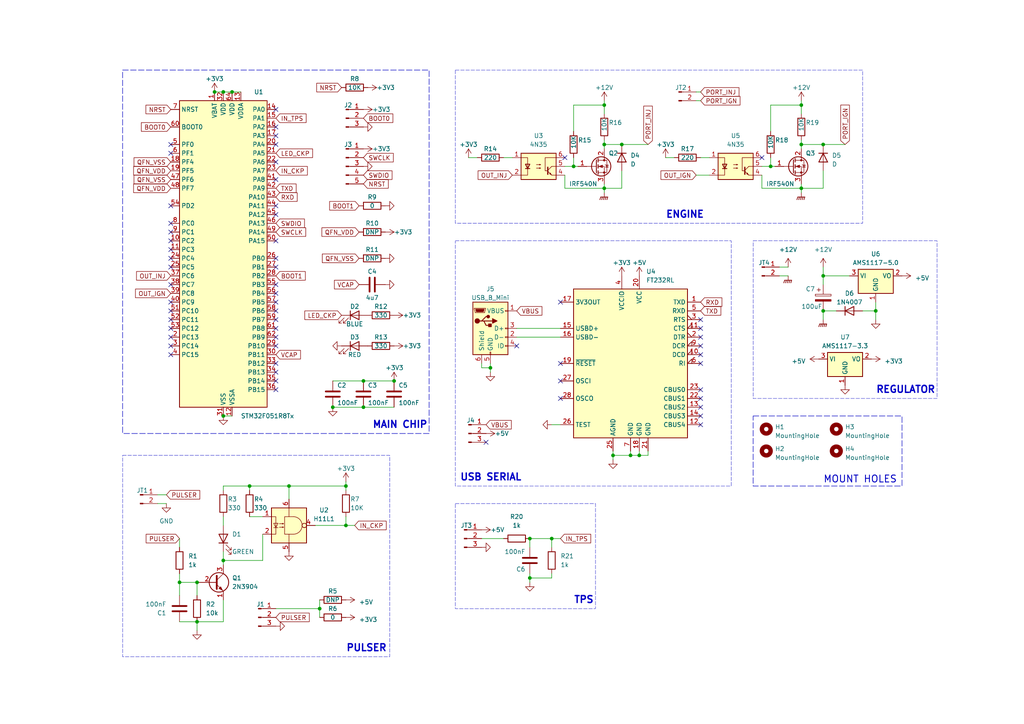
<source format=kicad_sch>
(kicad_sch (version 20230121) (generator eeschema)
  (paper "A4")
  (title_block (title "Custom Engine Control") (date "2023-08-04") (rev "v1") (company "Politeknik Negeri Madiun") (comment 1 "PIC: Deny Nur Fauzi ST MT") (comment 2 "Author: Achmadi ST MT"))
  (lib_symbols
    (symbol "+12V_1" (power) (pin_names (offset 0))
      (property "Value" "+12V_1" (at 0 3.556 0))
      (symbol "+12V_1_1_1"
        (pin power_in line (at 0 0 90) (length 0) hide (name "+12V") (number "1"))
      )
    )
    (symbol "Connector:Conn_01x02_Pin" (pin_names (offset 1.016) hide)
      (property "Reference" "J" (at 0 2.54 0))
      (property "Value" "Conn_01x02_Pin" (at 0 -5.08 0))
      (symbol "Conn_01x02_Pin_1_1"
        (pin passive line (at 5.08 0 180) (length 3.81) (name "Pin_1") (number "1"))
        (pin passive line (at 5.08 -2.54 180) (length 3.81) (name "Pin_2") (number "2"))
      )
    )
    (symbol "Connector:Conn_01x03_Pin" (pin_names (offset 1.016) hide)
      (property "Reference" "J" (at 0 5.08 0))
      (property "Value" "Conn_01x03_Pin" (at 0 -5.08 0))
      (symbol "Conn_01x03_Pin_1_1"
        (pin passive line (at 5.08 2.54 180) (length 3.81) (name "Pin_1") (number "1"))
        (pin passive line (at 5.08 0 180) (length 3.81) (name "Pin_2") (number "2"))
        (pin passive line (at 5.08 -2.54 180) (length 3.81) (name "Pin_3") (number "3"))
      )
    )
    (symbol "Connector:Conn_01x05_Pin" (pin_names (offset 1.016) hide)
      (property "Reference" "J" (at 0 7.62 0))
      (property "Value" "Conn_01x05_Pin" (at 0 -7.62 0))
      (symbol "Conn_01x05_Pin_1_1"
        (pin passive line (at 5.08 5.08 180) (length 3.81) (name "Pin_1") (number "1"))
        (pin passive line (at 5.08 2.54 180) (length 3.81) (name "Pin_2") (number "2"))
        (pin passive line (at 5.08 0 180) (length 3.81) (name "Pin_3") (number "3"))
        (pin passive line (at 5.08 -2.54 180) (length 3.81) (name "Pin_4") (number "4"))
        (pin passive line (at 5.08 -5.08 180) (length 3.81) (name "Pin_5") (number "5"))
      )
    )
    (symbol "Connector:USB_B_Mini" (pin_names (offset 1.016))
      (property "Reference" "J" (at -5.08 11.43 0))
      (property "Value" "USB_B_Mini" (at -5.08 8.89 0))
      (symbol "USB_B_Mini_1_1"
        (pin power_out line (at 7.62 5.08 180) (length 2.54) (name "VBUS") (number "1"))
        (pin bidirectional line (at 7.62 -2.54 180) (length 2.54) (name "D-") (number "2"))
        (pin bidirectional line (at 7.62 0 180) (length 2.54) (name "D+") (number "3"))
        (pin passive line (at 7.62 -5.08 180) (length 2.54) (name "ID") (number "4"))
        (pin power_out line (at 0 -10.16 90) (length 2.54) (name "GND") (number "5"))
        (pin passive line (at -2.54 -10.16 90) (length 2.54) (name "Shield") (number "6"))
      )
    )
    (symbol "Device:C" (pin_numbers hide) (pin_names (offset 0.254))
      (property "Reference" "C" (at 0.635 2.54 0))
      (property "Value" "C" (at 0.635 -2.54 0))
      (symbol "C_1_1"
        (pin passive line (at 0 3.81 270) (length 2.794) (name "~") (number "1"))
        (pin passive line (at 0 -3.81 90) (length 2.794) (name "~") (number "2"))
      )
    )
    (symbol "Device:C_Polarized" (pin_numbers hide) (pin_names (offset 0.254))
      (property "Reference" "C" (at 0.635 2.54 0))
      (property "Value" "C_Polarized" (at 0.635 -2.54 0))
      (symbol "C_Polarized_1_1"
        (pin passive line (at 0 3.81 270) (length 2.794) (name "~") (number "1"))
        (pin passive line (at 0 -3.81 90) (length 2.794) (name "~") (number "2"))
      )
    )
    (symbol "Device:D" (pin_numbers hide) (pin_names (offset 1.016) hide)
      (property "Reference" "D" (at 0 2.54 0))
      (property "Value" "D" (at 0 -2.54 0))
      (symbol "D_1_1"
        (pin passive line (at -3.81 0 0) (length 2.54) (name "K") (number "1"))
        (pin passive line (at 3.81 0 180) (length 2.54) (name "A") (number "2"))
      )
    )
    (symbol "Device:LED" (pin_numbers hide) (pin_names (offset 1.016) hide)
      (property "Reference" "D" (at 0 2.54 0))
      (property "Value" "LED" (at 0 -2.54 0))
      (symbol "LED_1_1"
        (pin passive line (at -3.81 0 0) (length 2.54) (name "K") (number "1"))
        (pin passive line (at 3.81 0 180) (length 2.54) (name "A") (number "2"))
      )
    )
    (symbol "Device:R" (pin_numbers hide) (pin_names (offset 0))
      (property "Reference" "R" (at 2.032 0 90))
      (property "Value" "R" (at 0 0 90))
      (symbol "R_1_1"
        (pin passive line (at 0 3.81 270) (length 1.27) (name "~") (number "1"))
        (pin passive line (at 0 -3.81 90) (length 1.27) (name "~") (number "2"))
      )
    )
    (symbol "Diode:1N4007" (pin_numbers hide) (pin_names hide)
      (property "Reference" "D" (at 0 2.54 0))
      (property "Value" "1N4007" (at 0 -2.54 0))
      (symbol "1N4007_1_1"
        (pin passive line (at -3.81 0 0) (length 2.54) (name "K") (number "1"))
        (pin passive line (at 3.81 0 180) (length 2.54) (name "A") (number "2"))
      )
    )
    (symbol "Interface_USB:FT232RL"
      (property "Reference" "U" (at -16.51 22.86 0))
      (property "Value" "FT232RL" (at 10.16 22.86 0))
      (symbol "FT232RL_1_1"
        (pin output line (at 20.32 17.78 180) (length 3.81) (name "TXD") (number "1"))
        (pin input input_low (at 20.32 2.54 180) (length 3.81) (name "DCD") (number "10"))
        (pin input input_low (at 20.32 10.16 180) (length 3.81) (name "CTS") (number "11"))
        (pin bidirectional line (at 20.32 -17.78 180) (length 3.81) (name "CBUS4") (number "12"))
        (pin bidirectional line (at 20.32 -12.7 180) (length 3.81) (name "CBUS2") (number "13"))
        (pin bidirectional line (at 20.32 -15.24 180) (length 3.81) (name "CBUS3") (number "14"))
        (pin bidirectional line (at -20.32 10.16 0) (length 3.81) (name "USBD+") (number "15"))
        (pin bidirectional line (at -20.32 7.62 0) (length 3.81) (name "USBD-") (number "16"))
        (pin power_out line (at -20.32 17.78 0) (length 3.81) (name "3V3OUT") (number "17"))
        (pin power_in line (at 2.54 -25.4 90) (length 3.81) (name "GND") (number "18"))
        (pin input line (at -20.32 0 0) (length 3.81) (name "~{RESET}") (number "19"))
        (pin output output_low (at 20.32 7.62 180) (length 3.81) (name "DTR") (number "2"))
        (pin power_in line (at 2.54 25.4 270) (length 3.81) (name "VCC") (number "20"))
        (pin power_in line (at 5.08 -25.4 90) (length 3.81) (name "GND") (number "21"))
        (pin bidirectional line (at 20.32 -10.16 180) (length 3.81) (name "CBUS1") (number "22"))
        (pin bidirectional line (at 20.32 -7.62 180) (length 3.81) (name "CBUS0") (number "23"))
        (pin power_in line (at -5.08 -25.4 90) (length 3.81) (name "AGND") (number "25"))
        (pin input line (at -20.32 -17.78 0) (length 3.81) (name "TEST") (number "26"))
        (pin input line (at -20.32 -5.08 0) (length 3.81) (name "OSCI") (number "27"))
        (pin output line (at -20.32 -10.16 0) (length 3.81) (name "OSCO") (number "28"))
        (pin output output_low (at 20.32 12.7 180) (length 3.81) (name "RTS") (number "3"))
        (pin power_in line (at -2.54 25.4 270) (length 3.81) (name "VCCIO") (number "4"))
        (pin input line (at 20.32 15.24 180) (length 3.81) (name "RXD") (number "5"))
        (pin input input_low (at 20.32 0 180) (length 3.81) (name "RI") (number "6"))
        (pin power_in line (at 0 -25.4 90) (length 3.81) (name "GND") (number "7"))
        (pin input input_low (at 20.32 5.08 180) (length 3.81) (name "DCR") (number "9"))
      )
    )
    (symbol "Isolator:4N35" (pin_names (offset 1.016))
      (property "Reference" "U" (at -5.08 5.08 0))
      (property "Value" "4N35" (at 0 5.08 0))
      (symbol "4N35_1_1"
        (pin passive line (at -7.62 2.54 0) (length 2.54) (name "~") (number "1"))
        (pin passive line (at -7.62 -2.54 0) (length 2.54) (name "~") (number "2"))
        (pin no_connect line (at -5.08 0 0) (length 2.54) hide (name "NC") (number "3"))
        (pin passive line (at 7.62 -2.54 180) (length 2.54) (name "~") (number "4"))
        (pin passive line (at 7.62 0 180) (length 2.54) (name "~") (number "5"))
        (pin passive line (at 7.62 2.54 180) (length 2.54) (name "~") (number "6"))
      )
    )
    (symbol "Isolator:H11L1" (pin_names (offset 1.016))
      (property "Reference" "U" (at 1.27 8.89 0))
      (property "Value" "H11L1" (at 1.27 6.35 0))
      (symbol "H11L1_1_1"
        (pin passive line (at -7.62 2.54 0) (length 2.54) (name "~") (number "1"))
        (pin passive line (at -7.62 -2.54 0) (length 2.54) (name "~") (number "2"))
        (pin no_connect line (at -5.08 0 0) (length 2.54) hide (name "~") (number "3"))
        (pin output inverted (at 7.62 0 180) (length 3.81) (name "~") (number "4"))
        (pin power_in line (at 0 -7.62 90) (length 2.54) (name "~") (number "5"))
        (pin power_in line (at 0 7.62 270) (length 2.54) (name "~") (number "6"))
      )
    )
    (symbol "MCU_ST_STM32F0:STM32F051R8Tx"
      (property "Reference" "U" (at -12.7 46.99 0))
      (property "Value" "STM32F051R8Tx" (at 7.62 46.99 0))
      (symbol "STM32F051R8Tx_1_1"
        (pin power_in line (at -2.54 48.26 270) (length 2.54) (name "VBAT") (number "1"))
        (pin bidirectional line (at -15.24 5.08 0) (length 2.54) (name "PC2") (number "10"))
        (pin bidirectional line (at -15.24 2.54 0) (length 2.54) (name "PC3") (number "11"))
        (pin power_in line (at 2.54 -45.72 90) (length 2.54) (name "VSSA") (number "12"))
        (pin power_in line (at 5.08 48.26 270) (length 2.54) (name "VDDA") (number "13"))
        (pin bidirectional line (at 15.24 43.18 180) (length 2.54) (name "PA0") (number "14"))
        (pin bidirectional line (at 15.24 40.64 180) (length 2.54) (name "PA1") (number "15"))
        (pin bidirectional line (at 15.24 38.1 180) (length 2.54) (name "PA2") (number "16"))
        (pin bidirectional line (at 15.24 35.56 180) (length 2.54) (name "PA3") (number "17"))
        (pin bidirectional line (at -15.24 27.94 0) (length 2.54) (name "PF4") (number "18"))
        (pin bidirectional line (at -15.24 25.4 0) (length 2.54) (name "PF5") (number "19"))
        (pin bidirectional line (at -15.24 -22.86 0) (length 2.54) (name "PC13") (number "2"))
        (pin bidirectional line (at 15.24 33.02 180) (length 2.54) (name "PA4") (number "20"))
        (pin bidirectional line (at 15.24 30.48 180) (length 2.54) (name "PA5") (number "21"))
        (pin bidirectional line (at 15.24 27.94 180) (length 2.54) (name "PA6") (number "22"))
        (pin bidirectional line (at 15.24 25.4 180) (length 2.54) (name "PA7") (number "23"))
        (pin bidirectional line (at -15.24 0 0) (length 2.54) (name "PC4") (number "24"))
        (pin bidirectional line (at -15.24 -2.54 0) (length 2.54) (name "PC5") (number "25"))
        (pin bidirectional line (at 15.24 0 180) (length 2.54) (name "PB0") (number "26"))
        (pin bidirectional line (at 15.24 -2.54 180) (length 2.54) (name "PB1") (number "27"))
        (pin bidirectional line (at 15.24 -5.08 180) (length 2.54) (name "PB2") (number "28"))
        (pin bidirectional line (at 15.24 -25.4 180) (length 2.54) (name "PB10") (number "29"))
        (pin bidirectional line (at -15.24 -25.4 0) (length 2.54) (name "PC14") (number "3"))
        (pin bidirectional line (at 15.24 -27.94 180) (length 2.54) (name "PB11") (number "30"))
        (pin power_in line (at 0 -45.72 90) (length 2.54) (name "VSS") (number "31"))
        (pin power_in line (at 0 48.26 270) (length 2.54) (name "VDD") (number "32"))
        (pin bidirectional line (at 15.24 -30.48 180) (length 2.54) (name "PB12") (number "33"))
        (pin bidirectional line (at 15.24 -33.02 180) (length 2.54) (name "PB13") (number "34"))
        (pin bidirectional line (at 15.24 -35.56 180) (length 2.54) (name "PB14") (number "35"))
        (pin bidirectional line (at 15.24 -38.1 180) (length 2.54) (name "PB15") (number "36"))
        (pin bidirectional line (at -15.24 -5.08 0) (length 2.54) (name "PC6") (number "37"))
        (pin bidirectional line (at -15.24 -7.62 0) (length 2.54) (name "PC7") (number "38"))
        (pin bidirectional line (at -15.24 -10.16 0) (length 2.54) (name "PC8") (number "39"))
        (pin bidirectional line (at -15.24 -27.94 0) (length 2.54) (name "PC15") (number "4"))
        (pin bidirectional line (at -15.24 -12.7 0) (length 2.54) (name "PC9") (number "40"))
        (pin bidirectional line (at 15.24 22.86 180) (length 2.54) (name "PA8") (number "41"))
        (pin bidirectional line (at 15.24 20.32 180) (length 2.54) (name "PA9") (number "42"))
        (pin bidirectional line (at 15.24 17.78 180) (length 2.54) (name "PA10") (number "43"))
        (pin bidirectional line (at 15.24 15.24 180) (length 2.54) (name "PA11") (number "44"))
        (pin bidirectional line (at 15.24 12.7 180) (length 2.54) (name "PA12") (number "45"))
        (pin bidirectional line (at 15.24 10.16 180) (length 2.54) (name "PA13") (number "46"))
        (pin bidirectional line (at -15.24 22.86 0) (length 2.54) (name "PF6") (number "47"))
        (pin bidirectional line (at -15.24 20.32 0) (length 2.54) (name "PF7") (number "48"))
        (pin bidirectional line (at 15.24 7.62 180) (length 2.54) (name "PA14") (number "49"))
        (pin bidirectional line (at -15.24 33.02 0) (length 2.54) (name "PF0") (number "5"))
        (pin bidirectional line (at 15.24 5.08 180) (length 2.54) (name "PA15") (number "50"))
        (pin bidirectional line (at -15.24 -15.24 0) (length 2.54) (name "PC10") (number "51"))
        (pin bidirectional line (at -15.24 -17.78 0) (length 2.54) (name "PC11") (number "52"))
        (pin bidirectional line (at -15.24 -20.32 0) (length 2.54) (name "PC12") (number "53"))
        (pin bidirectional line (at -15.24 15.24 0) (length 2.54) (name "PD2") (number "54"))
        (pin bidirectional line (at 15.24 -7.62 180) (length 2.54) (name "PB3") (number "55"))
        (pin bidirectional line (at 15.24 -10.16 180) (length 2.54) (name "PB4") (number "56"))
        (pin bidirectional line (at 15.24 -12.7 180) (length 2.54) (name "PB5") (number "57"))
        (pin bidirectional line (at 15.24 -15.24 180) (length 2.54) (name "PB6") (number "58"))
        (pin bidirectional line (at 15.24 -17.78 180) (length 2.54) (name "PB7") (number "59"))
        (pin bidirectional line (at -15.24 30.48 0) (length 2.54) (name "PF1") (number "6"))
        (pin input line (at -15.24 38.1 0) (length 2.54) (name "BOOT0") (number "60"))
        (pin bidirectional line (at 15.24 -20.32 180) (length 2.54) (name "PB8") (number "61"))
        (pin bidirectional line (at 15.24 -22.86 180) (length 2.54) (name "PB9") (number "62"))
        (pin passive line (at 0 -45.72 90) (length 2.54) hide (name "VSS") (number "63"))
        (pin power_in line (at 2.54 48.26 270) (length 2.54) (name "VDD") (number "64"))
        (pin input line (at -15.24 43.18 0) (length 2.54) (name "NRST") (number "7"))
        (pin bidirectional line (at -15.24 10.16 0) (length 2.54) (name "PC0") (number "8"))
        (pin bidirectional line (at -15.24 7.62 0) (length 2.54) (name "PC1") (number "9"))
      )
    )
    (symbol "Mechanical:MountingHole" (pin_names (offset 1.016))
      (property "Reference" "H" (at 0 5.08 0))
      (property "Value" "MountingHole" (at 0 3.175 0))
    )
    (symbol "Regulator_Linear:AMS1117-3.3"
      (property "Reference" "U" (at -3.81 3.175 0))
      (property "Value" "AMS1117-3.3" (at 0 3.175 0))
      (symbol "AMS1117-3.3_1_1"
        (pin power_in line (at 0 -7.62 90) (length 2.54) (name "GND") (number "1"))
        (pin power_out line (at 7.62 0 180) (length 2.54) (name "VO") (number "2"))
        (pin power_in line (at -7.62 0 0) (length 2.54) (name "VI") (number "3"))
      )
    )
    (symbol "Regulator_Linear:AMS1117-5.0"
      (property "Reference" "U" (at -3.81 3.175 0))
      (property "Value" "AMS1117-5.0" (at 0 3.175 0))
      (symbol "AMS1117-5.0_1_1"
        (pin power_in line (at 0 -7.62 90) (length 2.54) (name "GND") (number "1"))
        (pin power_out line (at 7.62 0 180) (length 2.54) (name "VO") (number "2"))
        (pin power_in line (at -7.62 0 0) (length 2.54) (name "VI") (number "3"))
      )
    )
    (symbol "Transistor_BJT:2N3904" (pin_names (offset 0) hide)
      (property "Reference" "Q" (at 5.08 1.905 0))
      (property "Value" "2N3904" (at 5.08 0 0))
      (symbol "2N3904_1_1"
        (pin passive line (at 2.54 -5.08 90) (length 2.54) (name "E") (number "1"))
        (pin passive line (at -5.08 0 0) (length 5.715) (name "B") (number "2"))
        (pin passive line (at 2.54 5.08 270) (length 2.54) (name "C") (number "3"))
      )
    )
    (symbol "Transistor_FET:IRF540N" (pin_names hide)
      (property "Reference" "Q" (at 6.35 1.905 0))
      (property "Value" "IRF540N" (at 6.35 0 0))
      (symbol "IRF540N_1_1"
        (pin input line (at -5.08 0 0) (length 2.54) (name "G") (number "1"))
        (pin passive line (at 2.54 5.08 270) (length 2.54) (name "D") (number "2"))
        (pin passive line (at 2.54 -5.08 90) (length 2.54) (name "S") (number "3"))
      )
    )
    (symbol "power:+12V" (power) (pin_names (offset 0))
      (property "Value" "+12V" (at 0 3.556 0))
      (symbol "+12V_1_1"
        (pin power_in line (at 0 0 90) (length 0) hide (name "+12V") (number "1"))
      )
    )
    (symbol "power:+3V3" (power) (pin_names (offset 0))
      (property "Value" "+3V3" (at 0 3.556 0))
      (symbol "+3V3_1_1"
        (pin power_in line (at 0 0 90) (length 0) hide (name "+3V3") (number "1"))
      )
    )
    (symbol "power:+5V" (power) (pin_names (offset 0))
      (property "Value" "+5V" (at 0 3.556 0))
      (symbol "+5V_1_1"
        (pin power_in line (at 0 0 90) (length 0) hide (name "+5V") (number "1"))
      )
    )
    (symbol "power:GND" (power) (pin_names (offset 0))
      (property "Value" "GND" (at 0 -3.81 0))
      (symbol "GND_1_1"
        (pin power_in line (at 0 0 270) (length 0) hide (name "GND") (number "1"))
      )
    )
    (symbol "power:GNDPWR" (power) (pin_names (offset 0))
      (property "Value" "GNDPWR" (at 0 -3.302 0))
      (symbol "GNDPWR_1_1"
        (pin power_in line (at 0 0 270) (length 0) hide (name "GNDPWR") (number "1"))
      )
    )
  )
  (junction (at 142.24 106.68))
  (junction (at 100.33 152.4))
  (junction (at 223.52 48.26))
  (junction (at 177.8 132.08))
  (junction (at 72.39 140.97))
  (junction (at 92.71 176.53))
  (junction (at 57.15 168.91))
  (junction (at 64.77 162.56))
  (junction (at 100.33 140.97))
  (junction (at 114.3 110.49))
  (junction (at 182.88 132.08))
  (junction (at 238.76 80.01))
  (junction (at 96.52 118.11))
  (junction (at 153.67 167.64))
  (junction (at 83.82 140.97))
  (junction (at 67.31 26.67))
  (junction (at 175.26 41.91))
  (junction (at 166.37 48.26))
  (junction (at 185.42 132.08))
  (junction (at 62.23 26.67))
  (junction (at 105.41 118.11))
  (junction (at 64.77 120.65))
  (junction (at 238.76 90.17))
  (junction (at 175.26 30.48))
  (junction (at 254 90.17))
  (junction (at 153.67 156.21))
  (junction (at 57.15 180.34))
  (junction (at 175.26 54.61))
  (junction (at 232.41 41.91))
  (junction (at 105.41 110.49))
  (junction (at 52.07 168.91))
  (junction (at 180.34 41.91))
  (junction (at 232.41 54.61))
  (junction (at 238.76 41.91))
  (junction (at 64.77 26.67))
  (junction (at 232.41 30.48))
  (junction (at 160.02 156.21))
  (no_connect (at 162.56 115.57))
  (no_connect (at 49.53 72.39))
  (no_connect (at 49.53 67.31))
  (no_connect (at 80.01 107.95))
  (no_connect (at 80.01 85.09))
  (no_connect (at 80.01 77.47))
  (no_connect (at 80.01 31.75))
  (no_connect (at 203.2 100.33))
  (no_connect (at 203.2 120.65))
  (no_connect (at 203.2 95.25))
  (no_connect (at 203.2 92.71))
  (no_connect (at 80.01 39.37))
  (no_connect (at 80.01 82.55))
  (no_connect (at 80.01 74.93))
  (no_connect (at 49.53 87.63))
  (no_connect (at 80.01 62.23))
  (no_connect (at 49.53 102.87))
  (no_connect (at 49.53 97.79))
  (no_connect (at 80.01 97.79))
  (no_connect (at 80.01 100.33))
  (no_connect (at 203.2 102.87))
  (no_connect (at 49.53 74.93))
  (no_connect (at 203.2 97.79))
  (no_connect (at 162.56 110.49))
  (no_connect (at 49.53 77.47))
  (no_connect (at 80.01 36.83))
  (no_connect (at 80.01 110.49))
  (no_connect (at 220.98 45.72))
  (no_connect (at 49.53 100.33))
  (no_connect (at 140.97 128.27))
  (no_connect (at 80.01 113.03))
  (no_connect (at 49.53 90.17))
  (no_connect (at 49.53 95.25))
  (no_connect (at 49.53 69.85))
  (no_connect (at 49.53 82.55))
  (no_connect (at 49.53 59.69))
  (no_connect (at 80.01 87.63))
  (no_connect (at 149.86 100.33))
  (no_connect (at 49.53 64.77))
  (no_connect (at 80.01 59.69))
  (no_connect (at 203.2 118.11))
  (no_connect (at 80.01 90.17))
  (no_connect (at 80.01 95.25))
  (no_connect (at 203.2 113.03))
  (no_connect (at 80.01 105.41))
  (no_connect (at 49.53 41.91))
  (no_connect (at 203.2 105.41))
  (no_connect (at 80.01 69.85))
  (no_connect (at 49.53 44.45))
  (no_connect (at 80.01 52.07))
  (no_connect (at 203.2 115.57))
  (no_connect (at 80.01 41.91))
  (no_connect (at 203.2 123.19))
  (no_connect (at 80.01 46.99))
  (no_connect (at 162.56 105.41))
  (no_connect (at 80.01 92.71))
  (no_connect (at 162.56 87.63))
  (no_connect (at 163.83 45.72))
  (no_connect (at 49.53 92.71))
  (wire (pts (xy 180.34 49.53) (xy 180.34 54.61)))
  (wire (pts (xy 175.26 41.91) (xy 175.26 43.18)))
  (wire (pts (xy 166.37 30.48) (xy 175.26 30.48)))
  (wire (pts (xy 160.02 156.21) (xy 162.56 156.21)))
  (wire (pts (xy 64.77 163.83) (xy 64.77 162.56)))
  (wire (pts (xy 72.39 140.97) (xy 83.82 140.97)))
  (wire (pts (xy 238.76 77.47) (xy 238.76 80.01)))
  (wire (pts (xy 100.33 152.4) (xy 102.87 152.4)))
  (wire (pts (xy 238.76 54.61) (xy 232.41 54.61)))
  (wire (pts (xy 135.89 45.72) (xy 138.43 45.72)))
  (wire (pts (xy 223.52 45.72) (xy 223.52 48.26)))
  (wire (pts (xy 52.07 172.72) (xy 52.07 168.91)))
  (wire (pts (xy 80.01 176.53) (xy 92.71 176.53)))
  (wire (pts (xy 92.71 176.53) (xy 92.71 179.07)))
  (wire (pts (xy 232.41 41.91) (xy 238.76 41.91)))
  (wire (pts (xy 96.52 110.49) (xy 105.41 110.49)))
  (wire (pts (xy 232.41 54.61) (xy 232.41 55.88)))
  (wire (pts (xy 193.04 45.72) (xy 195.58 45.72)))
  (wire (pts (xy 64.77 26.67) (xy 67.31 26.67)))
  (wire (pts (xy 160.02 167.64) (xy 153.67 167.64)))
  (wire (pts (xy 175.26 30.48) (xy 175.26 33.02)))
  (wire (pts (xy 201.93 26.67) (xy 203.2 26.67)))
  (wire (pts (xy 223.52 38.1) (xy 223.52 30.48)))
  (wire (pts (xy 52.07 168.91) (xy 57.15 168.91)))
  (wire (pts (xy 45.72 143.51) (xy 48.26 143.51)))
  (wire (pts (xy 232.41 53.34) (xy 232.41 54.61)))
  (wire (pts (xy 232.41 29.21) (xy 232.41 30.48)))
  (wire (pts (xy 175.26 53.34) (xy 175.26 54.61)))
  (wire (pts (xy 180.34 41.91) (xy 187.96 41.91)))
  (wire (pts (xy 52.07 180.34) (xy 57.15 180.34)))
  (wire (pts (xy 83.82 140.97) (xy 100.33 140.97)))
  (wire (pts (xy 232.41 40.64) (xy 232.41 41.91)))
  (wire (pts (xy 83.82 144.78) (xy 83.82 140.97)))
  (wire (pts (xy 100.33 139.7) (xy 100.33 140.97)))
  (wire (pts (xy 238.76 41.91) (xy 245.11 41.91)))
  (wire (pts (xy 160.02 156.21) (xy 153.67 156.21)))
  (wire (pts (xy 146.05 45.72) (xy 148.59 45.72)))
  (wire (pts (xy 153.67 156.21) (xy 153.67 158.75)))
  (wire (pts (xy 149.86 95.25) (xy 162.56 95.25)))
  (wire (pts (xy 72.39 149.86) (xy 76.2 149.86)))
  (wire (pts (xy 64.77 120.65) (xy 67.31 120.65)))
  (wire (pts (xy 96.52 118.11) (xy 105.41 118.11)))
  (wire (pts (xy 52.07 156.21) (xy 52.07 158.75)))
  (wire (pts (xy 203.2 45.72) (xy 205.74 45.72)))
  (wire (pts (xy 64.77 162.56) (xy 76.2 162.56)))
  (wire (pts (xy 153.67 166.37) (xy 153.67 167.64)))
  (wire (pts (xy 177.8 132.08) (xy 177.8 133.35)))
  (wire (pts (xy 64.77 180.34) (xy 57.15 180.34)))
  (wire (pts (xy 175.26 41.91) (xy 180.34 41.91)))
  (wire (pts (xy 250.19 90.17) (xy 254 90.17)))
  (wire (pts (xy 57.15 168.91) (xy 57.15 172.72)))
  (wire (pts (xy 185.42 130.81) (xy 185.42 132.08)))
  (wire (pts (xy 175.26 40.64) (xy 175.26 41.91)))
  (wire (pts (xy 238.76 90.17) (xy 238.76 92.71)))
  (wire (pts (xy 232.41 30.48) (xy 232.41 33.02)))
  (wire (pts (xy 45.72 146.05) (xy 48.26 146.05)))
  (wire (pts (xy 62.23 26.67) (xy 64.77 26.67)))
  (wire (pts (xy 254 90.17) (xy 254 92.71)))
  (wire (pts (xy 64.77 160.02) (xy 64.77 162.56)))
  (wire (pts (xy 160.02 166.37) (xy 160.02 167.64)))
  (wire (pts (xy 92.71 173.99) (xy 92.71 176.53)))
  (wire (pts (xy 139.7 156.21) (xy 146.05 156.21)))
  (wire (pts (xy 72.39 142.24) (xy 72.39 140.97)))
  (wire (pts (xy 163.83 50.8) (xy 163.83 54.61)))
  (wire (pts (xy 105.41 110.49) (xy 114.3 110.49)))
  (wire (pts (xy 238.76 49.53) (xy 238.76 54.61)))
  (wire (pts (xy 166.37 48.26) (xy 167.64 48.26)))
  (wire (pts (xy 64.77 142.24) (xy 64.77 140.97)))
  (wire (pts (xy 76.2 162.56) (xy 76.2 154.94)))
  (wire (pts (xy 163.83 48.26) (xy 166.37 48.26)))
  (wire (pts (xy 226.06 77.47) (xy 228.6 77.47)))
  (wire (pts (xy 223.52 30.48) (xy 232.41 30.48)))
  (wire (pts (xy 232.41 41.91) (xy 232.41 43.18)))
  (wire (pts (xy 220.98 50.8) (xy 220.98 54.61)))
  (wire (pts (xy 175.26 29.21) (xy 175.26 30.48)))
  (wire (pts (xy 187.96 130.81) (xy 187.96 132.08)))
  (wire (pts (xy 142.24 105.41) (xy 142.24 106.68)))
  (wire (pts (xy 57.15 180.34) (xy 57.15 182.88)))
  (wire (pts (xy 139.7 105.41) (xy 139.7 106.68)))
  (wire (pts (xy 105.41 118.11) (xy 114.3 118.11)))
  (wire (pts (xy 201.93 29.21) (xy 203.2 29.21)))
  (wire (pts (xy 166.37 45.72) (xy 166.37 48.26)))
  (wire (pts (xy 177.8 130.81) (xy 177.8 132.08)))
  (wire (pts (xy 220.98 54.61) (xy 232.41 54.61)))
  (wire (pts (xy 160.02 158.75) (xy 160.02 156.21)))
  (wire (pts (xy 153.67 167.64) (xy 153.67 168.91)))
  (wire (pts (xy 246.38 80.01) (xy 238.76 80.01)))
  (wire (pts (xy 223.52 48.26) (xy 224.79 48.26)))
  (wire (pts (xy 52.07 166.37) (xy 52.07 168.91)))
  (wire (pts (xy 182.88 132.08) (xy 185.42 132.08)))
  (wire (pts (xy 100.33 140.97) (xy 100.33 142.24)))
  (wire (pts (xy 166.37 38.1) (xy 166.37 30.48)))
  (wire (pts (xy 254 87.63) (xy 254 90.17)))
  (wire (pts (xy 160.02 123.19) (xy 162.56 123.19)))
  (wire (pts (xy 182.88 130.81) (xy 182.88 132.08)))
  (wire (pts (xy 142.24 106.68) (xy 142.24 107.95)))
  (wire (pts (xy 238.76 90.17) (xy 242.57 90.17)))
  (wire (pts (xy 91.44 152.4) (xy 100.33 152.4)))
  (wire (pts (xy 220.98 48.26) (xy 223.52 48.26)))
  (wire (pts (xy 139.7 106.68) (xy 142.24 106.68)))
  (wire (pts (xy 64.77 149.86) (xy 64.77 152.4)))
  (wire (pts (xy 226.06 80.01) (xy 228.6 80.01)))
  (wire (pts (xy 149.86 97.79) (xy 162.56 97.79)))
  (wire (pts (xy 180.34 54.61) (xy 175.26 54.61)))
  (wire (pts (xy 100.33 149.86) (xy 100.33 152.4)))
  (wire (pts (xy 182.88 132.08) (xy 177.8 132.08)))
  (wire (pts (xy 64.77 140.97) (xy 72.39 140.97)))
  (wire (pts (xy 175.26 55.88) (xy 175.26 54.61)))
  (wire (pts (xy 67.31 26.67) (xy 69.85 26.67)))
  (wire (pts (xy 185.42 132.08) (xy 187.96 132.08)))
  (wire (pts (xy 64.77 173.99) (xy 64.77 180.34)))
  (wire (pts (xy 201.93 50.8) (xy 205.74 50.8)))
  (wire (pts (xy 238.76 80.01) (xy 238.76 82.55)))
  (wire (pts (xy 163.83 54.61) (xy 175.26 54.61)))
  (rectangle (start 35.56 20.32) (end 124.46 125.73) (stroke (width 0) (type dash)))
  (rectangle (start 132.08 69.85) (end 212.09 140.97) (stroke (width 0.1) (type dash)))
  (rectangle (start 218.44 69.85) (end 271.78 115.57) (stroke (width 0.1) (type dash)))
  (rectangle (start 35.56 132.08) (end 113.03 190.5) (stroke (width 0.1) (type dash)))
  (rectangle (start 218.44 120.65) (end 261.62 140.97) (stroke (width 0) (type dash)))
  (rectangle (start 132.08 20.32) (end 250.19 64.77) (stroke (width 0.1) (type dash)))
  (rectangle (start 132.08 146.05) (end 172.72 176.53) (stroke (width 0.1) (type dash)))
  (text "TPS" (at 166.37 175.26 0) (effects (font (size 2 2) bold) (justify left bottom)))
  (text "MOUNT HOLES\n\n" (at 238.76 143.51 0) (effects (font (size 2 2) (thickness 0.254) bold) (justify left bottom)))
  (text "REGULATOR\n" (at 254 114.3 0) (effects (font (size 2 2) bold) (justify left bottom)))
  (text "USB SERIAL\n" (at 133.35 139.7 0) (effects (font (size 2 2) bold) (justify left bottom)))
  (text "MAIN CHIP" (at 107.95 124.46 0) (effects (font (size 2 2) (thickness 0.4) bold) (justify left bottom)))
  (text "PULSER\n" (at 100.33 189.23 0) (effects (font (size 2 2) bold) (justify left bottom)))
  (text "ENGINE\n" (at 193.04 63.5 0) (effects (font (size 2 2) bold) (justify left bottom)))
  (global_label "PORT_INJ" (shape input) (at 203.2 26.67 0) (property "Intersheetrefs" "${INTERSHEET_REFS}" (effects hide)))
  (global_label "SWCLK" (shape input) (at 80.01 67.31 0) (property "Intersheetrefs" "${INTERSHEET_REFS}" (effects hide)))
  (global_label "QFN_VSS" (shape input) (at 49.53 52.07 180) (property "Intersheetrefs" "${INTERSHEET_REFS}" (effects hide)))
  (global_label "IN_TPS" (shape input) (at 162.56 156.21 0) (property "Intersheetrefs" "${INTERSHEET_REFS}" (effects hide)))
  (global_label "IN_CKP" (shape input) (at 102.87 152.4 0) (property "Intersheetrefs" "${INTERSHEET_REFS}" (effects hide)))
  (global_label "TXD" (shape input) (at 203.2 90.17 0) (property "Intersheetrefs" "${INTERSHEET_REFS}" (effects hide)))
  (global_label "QFN_VSS" (shape input) (at 104.14 74.93 180) (property "Intersheetrefs" "${INTERSHEET_REFS}" (effects hide)))
  (global_label "QFN_VDD" (shape input) (at 49.53 54.61 180) (property "Intersheetrefs" "${INTERSHEET_REFS}" (effects hide)))
  (global_label "PULSER" (shape input) (at 52.07 156.21 180) (property "Intersheetrefs" "${INTERSHEET_REFS}" (effects hide)))
  (global_label "BOOT1" (shape input) (at 80.01 80.01 0) (property "Intersheetrefs" "${INTERSHEET_REFS}" (effects hide)))
  (global_label "PORT_IGN" (shape input) (at 245.11 41.91 90) (property "Intersheetrefs" "${INTERSHEET_REFS}" (effects hide)))
  (global_label "QFN_VDD" (shape input) (at 49.53 49.53 180) (property "Intersheetrefs" "${INTERSHEET_REFS}" (effects hide)))
  (global_label "NRST" (shape input) (at 105.41 53.34 0) (property "Intersheetrefs" "${INTERSHEET_REFS}" (effects hide)))
  (global_label "PORT_IGN" (shape input) (at 203.2 29.21 0) (property "Intersheetrefs" "${INTERSHEET_REFS}" (effects hide)))
  (global_label "SWDIO" (shape input) (at 80.01 64.77 0) (property "Intersheetrefs" "${INTERSHEET_REFS}" (effects hide)))
  (global_label "NRST" (shape input) (at 99.06 25.4 180) (property "Intersheetrefs" "${INTERSHEET_REFS}" (effects hide)))
  (global_label "SWCLK" (shape input) (at 105.41 45.72 0) (property "Intersheetrefs" "${INTERSHEET_REFS}" (effects hide)))
  (global_label "BOOT0" (shape input) (at 49.53 36.83 180) (property "Intersheetrefs" "${INTERSHEET_REFS}" (effects hide)))
  (global_label "BOOT0" (shape input) (at 105.41 34.29 0) (property "Intersheetrefs" "${INTERSHEET_REFS}" (effects hide)))
  (global_label "OUT_INJ" (shape input) (at 49.53 80.01 180) (property "Intersheetrefs" "${INTERSHEET_REFS}" (effects hide)))
  (global_label "BOOT1" (shape input) (at 104.14 59.69 180) (property "Intersheetrefs" "${INTERSHEET_REFS}" (effects hide)))
  (global_label "IN_CKP" (shape input) (at 80.01 49.53 0) (property "Intersheetrefs" "${INTERSHEET_REFS}" (effects hide)))
  (global_label "IN_TPS" (shape input) (at 80.01 34.29 0) (property "Intersheetrefs" "${INTERSHEET_REFS}" (effects hide)))
  (global_label "TXD" (shape input) (at 80.01 54.61 0) (property "Intersheetrefs" "${INTERSHEET_REFS}" (effects hide)))
  (global_label "RXD" (shape input) (at 80.01 57.15 0) (property "Intersheetrefs" "${INTERSHEET_REFS}" (effects hide)))
  (global_label "PORT_INJ" (shape input) (at 187.96 41.91 90) (property "Intersheetrefs" "${INTERSHEET_REFS}" (effects hide)))
  (global_label "VCAP" (shape input) (at 104.14 82.55 180) (property "Intersheetrefs" "${INTERSHEET_REFS}" (effects hide)))
  (global_label "PULSER" (shape input) (at 80.01 179.07 0) (property "Intersheetrefs" "${INTERSHEET_REFS}" (effects hide)))
  (global_label "OUT_IGN" (shape input) (at 49.53 85.09 180) (property "Intersheetrefs" "${INTERSHEET_REFS}" (effects hide)))
  (global_label "VBUS" (shape input) (at 149.86 90.17 0) (property "Intersheetrefs" "${INTERSHEET_REFS}" (effects hide)))
  (global_label "OUT_IGN" (shape input) (at 201.93 50.8 180) (property "Intersheetrefs" "${INTERSHEET_REFS}" (effects hide)))
  (global_label "RXD" (shape input) (at 203.2 87.63 0) (property "Intersheetrefs" "${INTERSHEET_REFS}" (effects hide)))
  (global_label "LED_CKP" (shape input) (at 80.01 44.45 0) (property "Intersheetrefs" "${INTERSHEET_REFS}" (effects hide)))
  (global_label "LED_CKP" (shape input) (at 99.06 91.44 180) (property "Intersheetrefs" "${INTERSHEET_REFS}" (effects hide)))
  (global_label "VBUS" (shape input) (at 140.97 123.19 0) (property "Intersheetrefs" "${INTERSHEET_REFS}" (effects hide)))
  (global_label "OUT_INJ" (shape input) (at 148.59 50.8 180) (property "Intersheetrefs" "${INTERSHEET_REFS}" (effects hide)))
  (global_label "NRST" (shape input) (at 49.53 31.75 180) (property "Intersheetrefs" "${INTERSHEET_REFS}" (effects hide)))
  (global_label "QFN_VDD" (shape input) (at 104.14 67.31 180) (property "Intersheetrefs" "${INTERSHEET_REFS}" (effects hide)))
  (global_label "QFN_VSS" (shape input) (at 49.53 46.99 180) (property "Intersheetrefs" "${INTERSHEET_REFS}" (effects hide)))
  (global_label "PULSER" (shape input) (at 48.26 143.51 0) (property "Intersheetrefs" "${INTERSHEET_REFS}" (effects hide)))
  (global_label "VCAP" (shape input) (at 80.01 102.87 0) (property "Intersheetrefs" "${INTERSHEET_REFS}" (effects hide)))
  (global_label "SWDIO" (shape input) (at 105.41 50.8 0) (property "Intersheetrefs" "${INTERSHEET_REFS}" (effects hide)))
  (symbol (lib_id "power:GND") (at 254 92.71 0) (unit 1)
    (property "Reference" "#PWR043" (effects hide))
    (property "Value" "GND" (effects hide))
  )
  (symbol (lib_id "Device:R") (at 107.95 74.93 90) (unit 1)
    (property "Reference" "R11" (at 107.95 72.39 90))
    (property "Value" "DNP" (at 107.95 74.93 90))
    (property "Footprint" "Resistor_SMD:R_0805_2012Metric_Pad1.20x1.40mm_HandSolder" (effects hide))
  )
  (symbol (lib_id "power:+3V3") (at 106.68 25.4 270) (unit 1)
    (property "Reference" "#PWR016" (effects hide))
    (property "Value" "+3V3" (at 109.22 25.4 90) (effects (justify left)))
  )
  (symbol (lib_id "power:GND") (at 96.52 118.11 0) (unit 1)
    (property "Reference" "#PWR07" (effects hide))
    (property "Value" "GND" (effects hide))
  )
  (symbol (lib_id "power:GND") (at 245.11 111.76 0) (unit 1)
    (property "Reference" "#PWR046" (effects hide))
    (property "Value" "GND" (effects hide))
  )
  (symbol (lib_id "Device:LED") (at 64.77 156.21 90) (unit 1)
    (property "Reference" "D1" (at 67.31 154.94 90) (effects (justify right)))
    (property "Value" "GREEN" (at 67.31 160.02 90) (effects (justify right)))
    (property "Footprint" "LED_SMD:LED_0805_2012Metric_Pad1.15x1.40mm_HandSolder" (effects hide))
  )
  (symbol (lib_id "power:+3V3") (at 114.3 110.49 0) (unit 1)
    (property "Reference" "#PWR023" (effects hide))
    (property "Value" "+3V3" (at 111.76 106.68 0) (effects (justify left)))
  )
  (symbol (lib_id "power:GND") (at 153.67 168.91 0) (unit 1)
    (property "Reference" "#PWR038" (effects hide))
    (property "Value" "GND" (effects hide))
  )
  (symbol (lib_id "power:+5V") (at 261.62 80.01 270) (unit 1)
    (property "Reference" "#PWR044" (effects hide))
    (property "Value" "+5V" (at 265.43 80.645 90) (effects (justify left)))
  )
  (symbol (lib_id "power:GND") (at 142.24 107.95 0) (unit 1)
    (property "Reference" "#PWR026" (effects hide))
    (property "Value" "GND" (effects hide))
  )
  (symbol (lib_id "power:+3V3") (at 135.89 45.72 0) (unit 1)
    (property "Reference" "#PWR024" (effects hide))
    (property "Value" "+3V3" (at 135.89 41.91 0))
  )
  (symbol (lib_id "power:GNDPWR") (at 175.26 55.88 0) (unit 1)
    (property "Reference" "#PWR029" (effects hide))
    (property "Value" "GNDPWR" (effects hide))
  )
  (symbol (lib_id "Connector:Conn_01x03_Pin") (at 134.62 156.21 0) (unit 1)
    (property "Reference" "JT3" (at 135.255 152.4 0))
    (property "Value" "Conn_01x03_Pin" (effects hide))
    (property "Footprint" "TerminalBlock:TerminalBlock_Altech_AK300-3_P5.00mm" (effects hide))
  )
  (symbol (lib_id "Device:C") (at 52.07 176.53 180) (unit 1)
    (property "Reference" "C1" (at 48.26 177.8001 0) (effects (justify left)))
    (property "Value" "100nF" (at 48.26 175.2601 0) (effects (justify left)))
    (property "Footprint" "Capacitor_SMD:C_0805_2012Metric_Pad1.18x1.45mm_HandSolder" (effects hide))
  )
  (symbol (lib_id "Device:R") (at 96.52 179.07 90) (unit 1)
    (property "Reference" "R6" (at 96.52 176.53 90))
    (property "Value" "0" (at 96.52 179.07 90))
    (property "Footprint" "Resistor_SMD:R_0805_2012Metric_Pad1.20x1.40mm_HandSolder" (effects hide))
  )
  (symbol (lib_id "Device:C") (at 105.41 114.3 0) (unit 1)
    (property "Reference" "C3" (at 106.68 111.76 0) (effects (justify left)))
    (property "Value" "100nF" (at 106.68 116.84 0) (effects (justify left)))
    (property "Footprint" "Capacitor_SMD:C_0805_2012Metric_Pad1.18x1.45mm_HandSolder" (effects hide))
  )
  (symbol (lib_id "Device:C") (at 114.3 114.3 0) (unit 1)
    (property "Reference" "C5" (at 115.57 111.76 0) (effects (justify left)))
    (property "Value" "100nF" (at 115.57 116.84 0) (effects (justify left)))
    (property "Footprint" "Capacitor_SMD:C_0805_2012Metric_Pad1.18x1.45mm_HandSolder" (effects hide))
  )
  (symbol (lib_id "Regulator_Linear:AMS1117-5.0") (at 254 80.01 0) (unit 1)
    (property "Reference" "U6" (at 254 73.66 0))
    (property "Value" "AMS1117-5.0" (at 254 76.2 0))
    (property "Footprint" "Package_TO_SOT_SMD:SOT-223-3_TabPin2" (effects hide))
    (property "Datasheet" "http://www.advanced-monolithic.com/pdf/ds1117.pdf" (effects hide))
  )
  (symbol (lib_id "Device:R") (at 110.49 91.44 90) (unit 1)
    (property "Reference" "R12" (at 110.49 88.9 90))
    (property "Value" "330" (at 110.49 91.44 90))
    (property "Footprint" "Resistor_SMD:R_0805_2012Metric_Pad1.20x1.40mm_HandSolder" (effects hide))
  )
  (symbol (lib_id "power:+12V") (at 238.76 77.47 0) (unit 1)
    (property "Reference" "#PWR041" (effects hide))
    (property "Value" "+12V" (at 238.76 72.39 0))
  )
  (symbol (lib_id "power:+3V3") (at 100.33 139.7 0) (unit 1)
    (property "Reference" "#PWR09" (effects hide))
    (property "Value" "+3V3" (at 100.33 135.89 0))
  )
  (symbol (lib_id "power:+5V") (at 140.97 125.73 270) (unit 1)
    (property "Reference" "#PWR025" (effects hide))
    (property "Value" "+5V" (at 143.51 125.73 90) (effects (justify left)))
  )
  (symbol (lib_id "power:GND") (at 48.26 146.05 0) (unit 1)
    (property "Reference" "#PWR01" (effects hide))
    (property "Value" "GND" (at 48.26 151.13 0))
  )
  (symbol (lib_id "Transistor_BJT:2N3904") (at 62.23 168.91 0) (unit 1)
    (property "Reference" "Q1" (at 67.31 167.6399 0) (effects (justify left)))
    (property "Value" "2N3904" (at 67.31 170.1799 0) (effects (justify left)))
    (property "Footprint" "Package_TO_SOT_THT:TO-92_Inline" (effects hide))
    (property "Datasheet" "https://www.onsemi.com/pub/Collateral/2N3903-D.PDF" (effects hide))
  )
  (symbol (lib_id "power:GND") (at 111.76 82.55 90) (unit 1)
    (property "Reference" "#PWR020" (effects hide))
    (property "Value" "GND" (effects hide))
  )
  (symbol (lib_id "power:GND") (at 105.41 36.83 90) (unit 1)
    (property "Reference" "#PWR013" (effects hide))
    (property "Value" "GND" (effects hide))
  )
  (symbol (lib_id "Device:R") (at 100.33 146.05 0) (unit 1)
    (property "Reference" "R7" (at 101.6 144.78 0) (effects (justify left)))
    (property "Value" "10K" (at 101.6 147.32 0) (effects (justify left)))
    (property "Footprint" "Resistor_SMD:R_0805_2012Metric_Pad1.20x1.40mm_HandSolder" (effects hide))
  )
  (symbol (lib_id "Connector:Conn_01x02_Pin") (at 220.98 77.47 0) (unit 1)
    (property "Reference" "JT4" (at 221.615 76.2 0))
    (property "Value" "Conn_01x02_Pin" (effects hide))
    (property "Footprint" "TerminalBlock:TerminalBlock_Altech_AK300-2_P5.00mm" (effects hide))
  )
  (symbol (lib_id "Device:R") (at 199.39 45.72 90) (unit 1)
    (property "Reference" "R17" (at 199.39 43.18 90))
    (property "Value" "220" (at 199.39 45.72 90))
    (property "Footprint" "Resistor_SMD:R_0805_2012Metric_Pad1.20x1.40mm_HandSolder" (effects hide))
  )
  (symbol (lib_id "Device:R") (at 52.07 162.56 0) (unit 1)
    (property "Reference" "R1" (at 54.61 161.2899 0) (effects (justify left)))
    (property "Value" "1k" (at 54.61 163.8299 0) (effects (justify left)))
    (property "Footprint" "Resistor_SMD:R_0805_2012Metric_Pad1.20x1.40mm_HandSolder" (effects hide))
  )
  (symbol (lib_id "Device:LED") (at 102.87 100.33 0) (unit 1)
    (property "Reference" "D3" (at 102.87 97.79 0))
    (property "Value" "RED" (at 102.87 102.87 0))
    (property "Footprint" "LED_SMD:LED_0805_2012Metric_Pad1.15x1.40mm_HandSolder" (effects hide))
  )
  (symbol (lib_id "power:GND") (at 64.77 120.65 0) (unit 1)
    (property "Reference" "#PWR04" (effects hide))
    (property "Value" "GND" (effects hide))
  )
  (symbol (lib_id "Device:R") (at 166.37 41.91 0) (unit 1)
    (property "Reference" "R15" (at 167.64 40.64 0) (effects (justify left)))
    (property "Value" "10K" (at 166.37 43.18 90) (effects (justify left)))
    (property "Footprint" "Resistor_SMD:R_0805_2012Metric_Pad1.20x1.40mm_HandSolder" (effects hide))
  )
  (symbol (lib_id "power:+5V") (at 185.42 80.01 0) (unit 1)
    (property "Reference" "#PWR032" (effects hide))
    (property "Value" "+5V" (at 185.42 76.2 0))
  )
  (symbol (lib_id "Device:C") (at 107.95 82.55 90) (unit 1)
    (property "Reference" "C4" (at 107.95 78.74 90))
    (property "Value" "4u7" (at 107.95 86.36 90))
    (property "Footprint" "Capacitor_SMD:C_0805_2012Metric_Pad1.18x1.45mm_HandSolder" (effects hide))
  )
  (symbol (lib_id "Isolator:4N35") (at 156.21 48.26 0) (unit 1)
    (property "Reference" "U3" (at 156.21 39.37 0))
    (property "Value" "4N35" (at 156.21 41.91 0))
    (property "Footprint" "Package_DIP:DIP-6_W7.62mm" (effects hide))
    (property "Datasheet" "https://www.vishay.com/docs/81181/4n35.pdf" (effects hide))
  )
  (symbol (lib_id "Connector:Conn_01x05_Pin") (at 100.33 48.26 0) (unit 1)
    (property "Reference" "J3" (at 100.965 41.91 0))
    (property "Value" "Conn_01x05_Pin" (effects hide))
    (property "Footprint" "Connector_PinHeader_2.54mm:PinHeader_1x05_P2.54mm_Vertical" (effects hide))
  )
  (symbol (lib_id "power:GND") (at 160.02 123.19 270) (unit 1)
    (property "Reference" "#PWR027" (effects hide))
    (property "Value" "GND" (effects hide))
  )
  (symbol (lib_id "Connector:USB_B_Mini") (at 142.24 95.25 0) (unit 1)
    (property "Reference" "J5" (at 142.24 83.82 0))
    (property "Value" "USB_B_Mini" (at 142.24 86.36 0))
    (property "Footprint" "Connector_USB:USB_Mini-B_Wuerth_65100516121_Horizontal" (effects hide))
  )
  (symbol (lib_id "Mechanical:MountingHole") (at 222.25 130.81 0) (unit 1)
    (property "Reference" "H2" (at 224.79 130.175 0) (effects (justify left)))
    (property "Value" "MountingHole" (at 224.79 132.715 0) (effects (justify left)))
    (property "Footprint" "MountingHole:MountingHole_2.5mm" (effects hide))
  )
  (symbol (lib_id "power:+3V3") (at 100.33 179.07 270) (unit 1)
    (property "Reference" "#PWR011" (effects hide))
    (property "Value" "+3V3" (at 104.14 179.705 90) (effects (justify left)))
  )
  (symbol (lib_id "Device:R") (at 64.77 146.05 0) (unit 1)
    (property "Reference" "R3" (at 66.04 144.78 0) (effects (justify left)))
    (property "Value" "330" (at 66.04 147.32 0) (effects (justify left)))
    (property "Footprint" "Resistor_SMD:R_0805_2012Metric_Pad1.20x1.40mm_HandSolder" (effects hide))
  )
  (symbol (lib_id "Device:R") (at 160.02 162.56 180) (unit 1)
    (property "Reference" "R21" (at 162.56 161.2899 0) (effects (justify right)))
    (property "Value" "1k" (at 162.56 163.83 0) (effects (justify right)))
    (property "Footprint" "Resistor_SMD:R_0805_2012Metric_Pad1.20x1.40mm_HandSolder" (effects hide))
  )
  (symbol (lib_id "power:+3V3") (at 105.41 43.18 270) (unit 1)
    (property "Reference" "#PWR014" (effects hide))
    (property "Value" "+3V3" (at 107.95 43.18 90) (effects (justify left)))
  )
  (symbol (lib_id "Device:R") (at 142.24 45.72 90) (unit 1)
    (property "Reference" "R14" (at 142.24 43.18 90))
    (property "Value" "220" (at 142.24 45.72 90))
    (property "Footprint" "Resistor_SMD:R_0805_2012Metric_Pad1.20x1.40mm_HandSolder" (effects hide))
  )
  (symbol (lib_id "power:+3V3") (at 111.76 67.31 270) (unit 1)
    (property "Reference" "#PWR018" (effects hide))
    (property "Value" "+3V3" (at 114.3 67.31 90) (effects (justify left)))
  )
  (symbol (lib_id "power:+5V") (at 237.49 104.14 90) (unit 1)
    (property "Reference" "#PWR045" (effects hide))
    (property "Value" "+5V" (at 233.68 104.775 90) (effects (justify left)))
  )
  (symbol (lib_id "power:+3V3") (at 180.34 80.01 0) (unit 1)
    (property "Reference" "#PWR031" (effects hide))
    (property "Value" "+3V3" (at 180.34 76.2 0))
  )
  (symbol (lib_id "Device:D") (at 180.34 45.72 270) (unit 1)
    (property "Reference" "D4" (at 182.88 45.085 90) (effects (justify left)))
    (property "Value" "D" (at 182.88 47.625 90) (effects (justify left)))
    (property "Footprint" "Diode_THT:D_DO-15_P10.16mm_Horizontal" (effects hide))
    (property "Sim.Device" "D" (effects hide))
    (property "Sim.Pins" "1=K 2=A" (effects hide))
  )
  (symbol (lib_id "Isolator:4N35") (at 213.36 48.26 0) (unit 1)
    (property "Reference" "U5" (at 213.36 39.37 0))
    (property "Value" "4N35" (at 213.36 41.91 0))
    (property "Footprint" "Package_DIP:DIP-6_W7.62mm" (effects hide))
    (property "Datasheet" "https://www.vishay.com/docs/81181/4n35.pdf" (effects hide))
  )
  (symbol (lib_id "Device:R") (at 110.49 100.33 90) (unit 1)
    (property "Reference" "R13" (at 110.49 97.79 90))
    (property "Value" "330" (at 110.49 100.33 90))
    (property "Footprint" "Resistor_SMD:R_0805_2012Metric_Pad1.20x1.40mm_HandSolder" (effects hide))
  )
  (symbol (lib_id "Transistor_FET:IRF540N") (at 172.72 48.26 0) (unit 1)
    (property "Reference" "Q2" (at 176.53 44.45 0) (effects (justify left)))
    (property "Value" "IRF540N" (at 165.1 53.34 0) (effects (justify left)))
    (property "Footprint" "Package_TO_SOT_THT:TO-220-3_Horizontal_TabDown" (effects hide))
    (property "Datasheet" "http://www.irf.com/product-info/datasheets/data/irf540n.pdf" (effects hide))
  )
  (symbol (lib_id "power:GND") (at 139.7 158.75 90) (unit 1)
    (property "Reference" "#PWR036" (effects hide))
    (property "Value" "GND" (effects hide))
  )
  (symbol (lib_id "Device:C") (at 153.67 162.56 180) (unit 1)
    (property "Reference" "C6" (at 152.4 165.1 0) (effects (justify left)))
    (property "Value" "100nF" (at 152.4 160.02 0) (effects (justify left)))
    (property "Footprint" "Capacitor_SMD:C_0805_2012Metric_Pad1.18x1.45mm_HandSolder" (effects hide))
  )
  (symbol (lib_id "power:+12V") (at 228.6 77.47 0) (unit 1)
    (property "Reference" "#PWR039" (effects hide))
    (property "Value" "+12V" (at 228.6 72.39 0))
  )
  (symbol (lib_id "power:+3V3") (at 193.04 45.72 0) (unit 1)
    (property "Reference" "#PWR033" (effects hide))
    (property "Value" "+3V3" (at 193.04 41.91 0))
  )
  (symbol (lib_id "power:+3V3") (at 105.41 31.75 270) (unit 1)
    (property "Reference" "#PWR012" (effects hide))
    (property "Value" "+3V3" (at 107.95 31.75 90) (effects (justify left)))
  )
  (symbol (lib_id "power:+3V3") (at 62.23 26.67 0) (unit 1)
    (property "Reference" "#PWR03" (effects hide))
    (property "Value" "+3V3" (at 62.23 22.86 0))
  )
  (symbol (lib_id "Device:R") (at 175.26 36.83 0) (unit 1)
    (property "Reference" "R16" (at 176.53 35.56 0) (effects (justify left)))
    (property "Value" "10K" (at 175.26 38.1 90) (effects (justify left)))
    (property "Footprint" "Resistor_SMD:R_0805_2012Metric_Pad1.20x1.40mm_HandSolder" (effects hide))
  )
  (symbol (lib_id "power:+5V") (at 139.7 153.67 270) (unit 1)
    (property "Reference" "#PWR037" (effects hide))
    (property "Value" "+5V" (at 142.24 153.67 90) (effects (justify left)))
  )
  (symbol (lib_id "power:+3V3") (at 114.3 100.33 270) (unit 1)
    (property "Reference" "#PWR022" (effects hide))
    (property "Value" "+3V3" (at 116.84 100.33 90) (effects (justify left)))
  )
  (symbol (lib_id "Connector:Conn_01x03_Pin") (at 100.33 34.29 0) (unit 1)
    (property "Reference" "J2" (at 100.965 30.48 0))
    (property "Value" "Conn_01x03_Pin" (effects hide))
    (property "Footprint" "Connector_PinHeader_2.54mm:PinHeader_1x03_P2.54mm_Vertical" (effects hide))
  )
  (symbol (lib_id "MCU_ST_STM32F0:STM32F051R8Tx") (at 64.77 74.93 0) (unit 1)
    (property "Reference" "U1" (at 73.66 26.67 0) (effects (justify left)))
    (property "Value" "STM32F051R8Tx" (at 69.85 120.65 0) (effects (justify left)))
    (property "Footprint" "Package_QFP:LQFP-64_10x10mm_P0.5mm" (effects hide))
    (property "Datasheet" "https://www.st.com/resource/en/datasheet/stm32f051r8.pdf" (effects hide))
  )
  (symbol (lib_id "Device:R") (at 57.15 176.53 0) (unit 1)
    (property "Reference" "R2" (at 59.69 175.2599 0) (effects (justify left)))
    (property "Value" "10k" (at 59.69 177.7999 0) (effects (justify left)))
    (property "Footprint" "Resistor_SMD:R_0805_2012Metric_Pad1.20x1.40mm_HandSolder" (effects hide))
  )
  (symbol (lib_id "Device:R") (at 107.95 67.31 90) (unit 1)
    (property "Reference" "R10" (at 107.95 64.77 90))
    (property "Value" "DNP" (at 107.95 67.31 90))
    (property "Footprint" "Resistor_SMD:R_0805_2012Metric_Pad1.20x1.40mm_HandSolder" (effects hide))
  )
  (symbol (lib_id "Mechanical:MountingHole") (at 242.57 130.81 0) (unit 1)
    (property "Reference" "H4" (at 245.11 130.175 0) (effects (justify left)))
    (property "Value" "MountingHole" (at 245.11 132.715 0) (effects (justify left)))
    (property "Footprint" "MountingHole:MountingHole_2.5mm" (effects hide))
  )
  (symbol (lib_id "Mechanical:MountingHole") (at 222.25 124.46 0) (unit 1)
    (property "Reference" "H1" (at 224.79 123.825 0) (effects (justify left)))
    (property "Value" "MountingHole" (at 224.79 126.365 0) (effects (justify left)))
    (property "Footprint" "MountingHole:MountingHole_2.5mm" (effects hide))
  )
  (symbol (lib_name "+12V_1") (lib_id "power:+12V") (at 175.26 29.21 0) (unit 1)
    (property "Reference" "#PWR028" (effects hide))
    (property "Value" "+12V" (at 175.26 25.4 0))
  )
  (symbol (lib_id "Device:D") (at 238.76 45.72 270) (unit 1)
    (property "Reference" "D5" (at 241.3 45.085 90) (effects (justify left)))
    (property "Value" "D" (at 241.3 47.625 90) (effects (justify left)))
    (property "Footprint" "Diode_THT:D_DO-15_P10.16mm_Horizontal" (effects hide))
    (property "Sim.Device" "D" (effects hide))
    (property "Sim.Pins" "1=K 2=A" (effects hide))
  )
  (symbol (lib_id "Device:LED") (at 102.87 91.44 0) (unit 1)
    (property "Reference" "D2" (at 102.87 88.9 0))
    (property "Value" "BLUE" (at 102.87 93.98 0))
    (property "Footprint" "LED_SMD:LED_0805_2012Metric_Pad1.15x1.40mm_HandSolder" (effects hide))
  )
  (symbol (lib_id "Diode:1N4007") (at 246.38 90.17 0) (unit 1)
    (property "Reference" "D6" (at 246.38 85.09 0))
    (property "Value" "1N4007" (at 246.38 87.63 0))
    (property "Footprint" "Diode_THT:D_DO-41_SOD81_P10.16mm_Horizontal" (effects hide))
    (property "Datasheet" "http://www.vishay.com/docs/88503/1n4001.pdf" (effects hide))
    (property "Sim.Device" "D" (effects hide))
    (property "Sim.Pins" "1=K 2=A" (effects hide))
  )
  (symbol (lib_id "Device:R") (at 232.41 36.83 0) (unit 1)
    (property "Reference" "R19" (at 233.68 35.56 0) (effects (justify left)))
    (property "Value" "10K" (at 232.41 38.1 90) (effects (justify left)))
    (property "Footprint" "Resistor_SMD:R_0805_2012Metric_Pad1.20x1.40mm_HandSolder" (effects hide))
  )
  (symbol (lib_id "power:+3V3") (at 114.3 91.44 270) (unit 1)
    (property "Reference" "#PWR021" (effects hide))
    (property "Value" "+3V3" (at 116.84 91.44 90) (effects (justify left)))
  )
  (symbol (lib_id "power:GNDPWR") (at 238.76 92.71 0) (unit 1)
    (property "Reference" "#PWR042" (effects hide))
    (property "Value" "GNDPWR" (effects hide))
  )
  (symbol (lib_id "Connector:Conn_01x03_Pin") (at 135.89 125.73 0) (unit 1)
    (property "Reference" "J4" (at 136.525 121.92 0))
    (property "Value" "Conn_01x03_Pin" (effects hide))
    (property "Footprint" "Connector_PinHeader_2.54mm:PinHeader_1x03_P2.54mm_Vertical" (effects hide))
  )
  (symbol (lib_id "power:GND") (at 111.76 59.69 90) (unit 1)
    (property "Reference" "#PWR017" (effects hide))
    (property "Value" "GND" (effects hide))
  )
  (symbol (lib_id "Regulator_Linear:AMS1117-3.3") (at 245.11 104.14 0) (unit 1)
    (property "Reference" "U7" (at 245.11 97.79 0))
    (property "Value" "AMS1117-3.3" (at 245.11 100.33 0))
    (property "Footprint" "Package_TO_SOT_SMD:SOT-223-3_TabPin2" (effects hide))
    (property "Datasheet" "http://www.advanced-monolithic.com/pdf/ds1117.pdf" (effects hide))
  )
  (symbol (lib_id "power:GNDPWR") (at 228.6 80.01 0) (unit 1)
    (property "Reference" "#PWR040" (effects hide))
    (property "Value" "GNDPWR" (effects hide))
  )
  (symbol (lib_id "Device:R") (at 223.52 41.91 0) (unit 1)
    (property "Reference" "R18" (at 224.79 40.64 0) (effects (justify left)))
    (property "Value" "10K" (at 223.52 43.18 90) (effects (justify left)))
    (property "Footprint" "Resistor_SMD:R_0805_2012Metric_Pad1.20x1.40mm_HandSolder" (effects hide))
  )
  (symbol (lib_id "Connector:Conn_01x02_Pin") (at 40.64 143.51 0) (unit 1)
    (property "Reference" "JT1" (at 41.275 142.24 0))
    (property "Value" "Conn_01x02_Pin" (effects hide))
    (property "Footprint" "TerminalBlock:TerminalBlock_Altech_AK300-2_P5.00mm" (effects hide))
  )
  (symbol (lib_id "Device:C") (at 96.52 114.3 0) (unit 1)
    (property "Reference" "C2" (at 97.79 111.76 0) (effects (justify left)))
    (property "Value" "100nF" (at 97.79 116.84 0) (effects (justify left)))
    (property "Footprint" "Capacitor_SMD:C_0805_2012Metric_Pad1.18x1.45mm_HandSolder" (effects hide))
  )
  (symbol (lib_id "Device:R") (at 72.39 146.05 0) (unit 1)
    (property "Reference" "R4" (at 73.66 144.78 0) (effects (justify left)))
    (property "Value" "330" (at 73.66 147.32 0) (effects (justify left)))
    (property "Footprint" "Resistor_SMD:R_0805_2012Metric_Pad1.20x1.40mm_HandSolder" (effects hide))
  )
  (symbol (lib_id "Interface_USB:FT232RL") (at 182.88 105.41 0) (unit 1)
    (property "Reference" "U4" (at 187.4394 78.74 0) (effects (justify left)))
    (property "Value" "FT232RL" (at 187.4394 81.28 0) (effects (justify left)))
    (property "Footprint" "Package_SO:SSOP-28_5.3x10.2mm_P0.65mm" (effects hide))
    (property "Datasheet" "https://www.ftdichip.com/Support/Documents/DataSheets/ICs/DS_FT232R.pdf" (effects hide))
  )
  (symbol (lib_id "Device:R") (at 107.95 59.69 90) (unit 1)
    (property "Reference" "R9" (at 107.95 57.15 90))
    (property "Value" "0" (at 107.95 59.69 90))
    (property "Footprint" "Resistor_SMD:R_0805_2012Metric_Pad1.20x1.40mm_HandSolder" (effects hide))
  )
  (symbol (lib_id "Mechanical:MountingHole") (at 242.57 124.46 0) (unit 1)
    (property "Reference" "H3" (at 245.11 123.825 0) (effects (justify left)))
    (property "Value" "MountingHole" (at 245.11 126.365 0) (effects (justify left)))
    (property "Footprint" "MountingHole:MountingHole_2.5mm" (effects hide))
  )
  (symbol (lib_id "power:+3V3") (at 252.73 104.14 270) (unit 1)
    (property "Reference" "#PWR047" (effects hide))
    (property "Value" "+3V3" (at 256.54 104.775 90) (effects (justify left)))
  )
  (symbol (lib_id "Device:R") (at 96.52 173.99 90) (unit 1)
    (property "Reference" "R5" (at 96.52 171.45 90))
    (property "Value" "DNP" (at 96.52 173.99 90))
    (property "Footprint" "Resistor_SMD:R_0805_2012Metric_Pad1.20x1.40mm_HandSolder" (effects hide))
  )
  (symbol (lib_name "+12V_1") (lib_id "power:+12V") (at 232.41 29.21 0) (unit 1)
    (property "Reference" "#PWR034" (effects hide))
    (property "Value" "+12V" (at 232.41 25.4 0))
  )
  (symbol (lib_id "Connector:Conn_01x03_Pin") (at 74.93 179.07 0) (unit 1)
    (property "Reference" "J1" (at 75.565 175.26 0))
    (property "Value" "Conn_01x03_Pin" (effects hide))
    (property "Footprint" "Connector_PinHeader_2.54mm:PinHeader_1x03_P2.54mm_Vertical" (effects hide))
  )
  (symbol (lib_id "power:GNDPWR") (at 232.41 55.88 0) (unit 1)
    (property "Reference" "#PWR035" (effects hide))
    (property "Value" "GNDPWR" (effects hide))
  )
  (symbol (lib_id "Device:R") (at 149.86 156.21 90) (unit 1)
    (property "Reference" "R20" (at 149.86 149.86 90))
    (property "Value" "1k" (at 149.86 152.4 90))
    (property "Footprint" "Resistor_SMD:R_0805_2012Metric_Pad1.20x1.40mm_HandSolder" (effects hide))
  )
  (symbol (lib_id "Transistor_FET:IRF540N") (at 229.87 48.26 0) (unit 1)
    (property "Reference" "Q3" (at 233.68 44.45 0) (effects (justify left)))
    (property "Value" "IRF540N" (at 222.25 53.34 0) (effects (justify left)))
    (property "Footprint" "Package_TO_SOT_THT:TO-220-3_Horizontal_TabDown" (effects hide))
    (property "Datasheet" "http://www.irf.com/product-info/datasheets/data/irf540n.pdf" (effects hide))
  )
  (symbol (lib_id "power:GND") (at 111.76 74.93 90) (unit 1)
    (property "Reference" "#PWR019" (effects hide))
    (property "Value" "GND" (effects hide))
  )
  (symbol (lib_id "Device:R") (at 102.87 25.4 90) (unit 1)
    (property "Reference" "R8" (at 102.87 22.86 90))
    (property "Value" "10K" (at 102.87 25.4 90))
    (property "Footprint" "Resistor_SMD:R_0805_2012Metric_Pad1.20x1.40mm_HandSolder" (effects hide))
  )
  (symbol (lib_id "power:GND") (at 177.8 133.35 0) (unit 1)
    (property "Reference" "#PWR030" (effects hide))
    (property "Value" "GND" (effects hide))
  )
  (symbol (lib_id "Connector:Conn_01x02_Pin") (at 196.85 26.67 0) (unit 1)
    (property "Reference" "JT2" (at 197.485 25.4 0))
    (property "Value" "Conn_01x02_Pin" (effects hide))
    (property "Footprint" "TerminalBlock:TerminalBlock_Altech_AK300-2_P5.00mm" (effects hide))
  )
  (symbol (lib_id "power:GND") (at 80.01 181.61 90) (unit 1)
    (property "Reference" "#PWR05" (effects hide))
    (property "Value" "GND" (effects hide))
  )
  (symbol (lib_id "power:GND") (at 105.41 48.26 90) (unit 1)
    (property "Reference" "#PWR015" (effects hide))
    (property "Value" "GND" (effects hide))
  )
  (symbol (lib_id "power:GND") (at 99.06 100.33 270) (unit 1)
    (property "Reference" "#PWR08" (effects hide))
    (property "Value" "GND" (effects hide))
  )
  (symbol (lib_id "Isolator:H11L1") (at 83.82 152.4 0) (unit 1)
    (property "Reference" "U2" (at 93.98 147.955 0))
    (property "Value" "H11L1" (at 93.98 150.495 0))
    (property "Footprint" "Package_DIP:DIP-6_W7.62mm" (effects hide))
    (property "Datasheet" "https://www.onsemi.com/pub/Collateral/H11L3M-D.PDF" (effects hide))
  )
  (symbol (lib_id "Device:C_Polarized") (at 238.76 86.36 0) (unit 1)
    (property "Reference" "C7" (at 233.68 83.82 0) (effects (justify left)))
    (property "Value" "100uF" (at 232.41 88.9 0) (effects (justify left)))
    (property "Footprint" "Capacitor_THT:CP_Radial_D4.0mm_P2.00mm" (effects hide))
  )
  (symbol (lib_id "power:+5V") (at 100.33 173.99 270) (unit 1)
    (property "Reference" "#PWR010" (effects hide))
    (property "Value" "+5V" (at 104.14 174.625 90) (effects (justify left)))
  )
  (symbol (lib_id "power:GND") (at 83.82 160.02 0) (unit 1)
    (property "Reference" "#PWR06" (effects hide))
    (property "Value" "GND" (effects hide))
  )
  (symbol (lib_id "power:GND") (at 57.15 182.88 0) (unit 1)
    (property "Reference" "#PWR02" (effects hide))
    (property "Value" "GND" (effects hide))
  )
)
</source>
